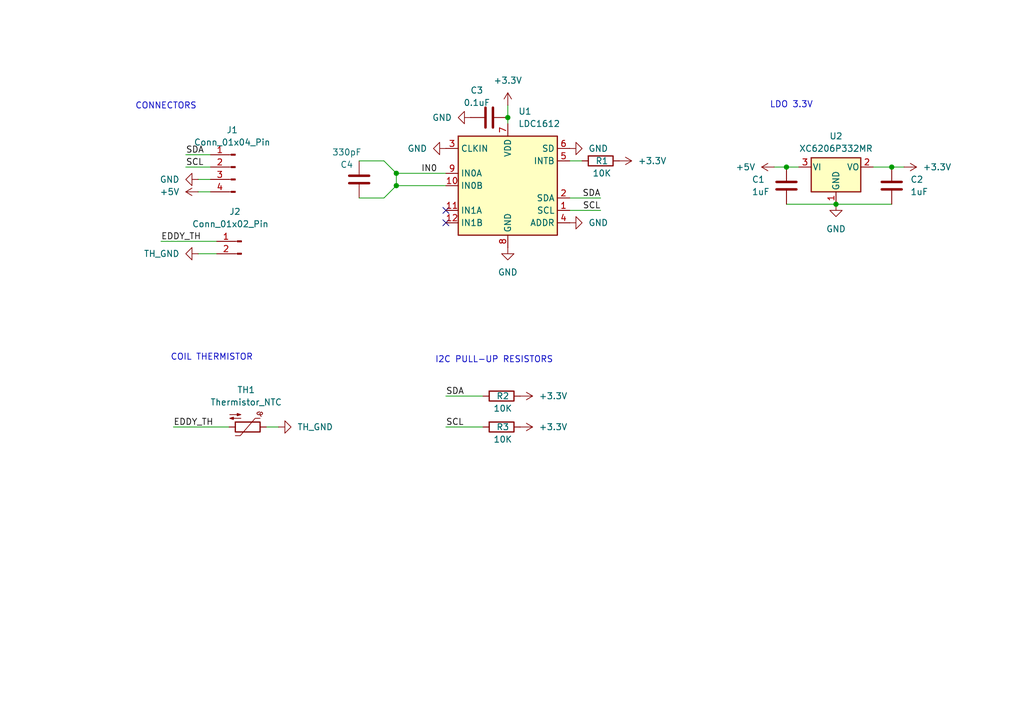
<source format=kicad_sch>
(kicad_sch (version 20250114) (generator "eeschema") (generator_version "9.0")
  (paper "A5")
  (lib_symbols
    (symbol "Connector:Conn_01x02_Pin" (pin_names (offset 1.016) (hide yes))
      (property "Reference" "J" (at 0 2.54 0))
      (property "Value" "Conn_01x02_Pin" (at 0 -5.08 0))
      (symbol "Conn_01x02_Pin_1_1"
        (rectangle (start 0.8636 0.127) (end 0 -0.127) (stroke (width 0.1524)) (fill (type outline)))
        (rectangle (start 0.8636 -2.413) (end 0 -2.667) (stroke (width 0.1524)) (fill (type outline)))
        (polyline (pts (xy 1.27 0) (xy 0.8636 0)) (stroke (width 0.1524)))
        (polyline (pts (xy 1.27 -2.54) (xy 0.8636 -2.54)) (stroke (width 0.1524)))
        (pin passive line (at 5.08 0 180) (length 3.81) (name "Pin_1") (number "1"))
        (pin passive line (at 5.08 -2.54 180) (length 3.81) (name "Pin_2") (number "2"))
      )
    )
    (symbol "Connector:Conn_01x04_Pin" (pin_names (offset 1.016) (hide yes))
      (property "Reference" "J" (at 0 5.08 0))
      (property "Value" "Conn_01x04_Pin" (at 0 -7.62 0))
      (symbol "Conn_01x04_Pin_1_1"
        (rectangle (start 0.8636 2.667) (end 0 2.413) (stroke (width 0.1524)) (fill (type outline)))
        (rectangle (start 0.8636 0.127) (end 0 -0.127) (stroke (width 0.1524)) (fill (type outline)))
        (rectangle (start 0.8636 -2.413) (end 0 -2.667) (stroke (width 0.1524)) (fill (type outline)))
        (rectangle (start 0.8636 -4.953) (end 0 -5.207) (stroke (width 0.1524)) (fill (type outline)))
        (polyline (pts (xy 1.27 2.54) (xy 0.8636 2.54)) (stroke (width 0.1524)))
        (polyline (pts (xy 1.27 0) (xy 0.8636 0)) (stroke (width 0.1524)))
        (polyline (pts (xy 1.27 -2.54) (xy 0.8636 -2.54)) (stroke (width 0.1524)))
        (polyline (pts (xy 1.27 -5.08) (xy 0.8636 -5.08)) (stroke (width 0.1524)))
        (pin passive line (at 5.08 2.54 180) (length 3.81) (name "Pin_1") (number "1"))
        (pin passive line (at 5.08 0 180) (length 3.81) (name "Pin_2") (number "2"))
        (pin passive line (at 5.08 -2.54 180) (length 3.81) (name "Pin_3") (number "3"))
        (pin passive line (at 5.08 -5.08 180) (length 3.81) (name "Pin_4") (number "4"))
      )
    )
    (symbol "Device:C" (pin_numbers (hide yes)) (pin_names (offset 0.254))
      (property "Reference" "C" (at 0.635 2.54 0))
      (property "Value" "C" (at 0.635 -2.54 0))
      (symbol "C_0_1"
        (polyline (pts (xy -2.032 0.762) (xy 2.032 0.762)) (stroke (width 0.508)))
        (polyline (pts (xy -2.032 -0.762) (xy 2.032 -0.762)) (stroke (width 0.508)))
      )
      (symbol "C_1_1"
        (pin passive line (at 0 3.81 270) (length 2.794) (name "~") (number "1"))
        (pin passive line (at 0 -3.81 90) (length 2.794) (name "~") (number "2"))
      )
    )
    (symbol "Device:R" (pin_numbers (hide yes)) (pin_names (offset 0))
      (property "Reference" "R" (at 2.032 0 90))
      (property "Value" "R" (at 0 0 90))
      (symbol "R_0_1"
        (rectangle (start -1.016 -2.54) (end 1.016 2.54) (stroke (width 0.254)))
      )
      (symbol "R_1_1"
        (pin passive line (at 0 3.81 270) (length 1.27) (name "~") (number "1"))
        (pin passive line (at 0 -3.81 90) (length 1.27) (name "~") (number "2"))
      )
    )
    (symbol "Device:Thermistor_NTC" (pin_numbers (hide yes)) (pin_names (offset 0))
      (property "Reference" "TH" (at -4.445 0 90))
      (property "Value" "Thermistor_NTC" (at 3.175 0 90))
      (symbol "Thermistor_NTC_0_1"
        (arc (start -3.175 2.413) (mid -3.0506 2.3165) (end -3.048 2.159))
        (arc (start -3.048 2.794) (mid -2.9736 2.9736) (end -2.794 3.048))
        (arc (start -2.794 3.048) (mid -2.6144 2.9736) (end -2.54 2.794))
        (arc (start -2.794 2.54) (mid -2.9736 2.6144) (end -3.048 2.794))
        (arc (start -2.794 1.905) (mid -2.9736 1.9794) (end -3.048 2.159))
        (arc (start -2.54 2.159) (mid -2.6144 1.9794) (end -2.794 1.905))
        (arc (start -2.159 2.794) (mid -2.434 2.5608) (end -2.794 2.54))
        (polyline (pts (xy -2.54 2.159) (xy -2.54 2.794)))
        (polyline (pts (xy -2.54 -3.683) (xy -2.54 -1.397) (xy -2.794 -2.159) (xy -2.286 -2.159) (xy -2.54 -1.397) (xy -2.54 -1.651)) (fill (type outline)))
        (polyline (pts (xy -1.778 2.54) (xy -1.778 1.524) (xy 1.778 -1.524) (xy 1.778 -2.54)))
        (polyline (pts (xy -1.778 -1.397) (xy -1.778 -3.683) (xy -2.032 -2.921) (xy -1.524 -2.921) (xy -1.778 -3.683) (xy -1.778 -3.429)) (fill (type outline)))
        (rectangle (start -1.016 2.54) (end 1.016 -2.54) (stroke (width 0.254)))
      )
      (symbol "Thermistor_NTC_1_1"
        (pin passive line (at 0 3.81 270) (length 1.27) (name "~") (number "1"))
        (pin passive line (at 0 -3.81 90) (length 1.27) (name "~") (number "2"))
      )
    )
    (symbol "Regulator_Linear:XC6206PxxxMR" (pin_names (offset 0.254))
      (property "Reference" "U" (at -3.81 3.175 0))
      (property "Value" "XC6206PxxxMR" (at 0 3.175 0))
      (symbol "XC6206PxxxMR_0_1"
        (rectangle (start -5.08 1.905) (end 5.08 -5.08) (stroke (width 0.254)) (fill (type background)))
      )
      (symbol "XC6206PxxxMR_1_1"
        (pin power_in line (at -7.62 0 0) (length 2.54) (name "VI") (number "3"))
        (pin power_in line (at 0 -7.62 90) (length 2.54) (name "GND") (number "1"))
        (pin power_out line (at 7.62 0 180) (length 2.54) (name "VO") (number "2"))
      )
    )
    (symbol "Sensor_Proximity:LDC1612"
      (property "Reference" "U" (at -8.89 11.43 0))
      (property "Value" "LDC1612" (at 6.35 11.43 0))
      (symbol "LDC1612_0_1"
        (rectangle (start -10.16 -10.16) (end 10.16 10.16) (stroke (width 0.254)) (fill (type background)))
      )
      (symbol "LDC1612_1_1"
        (pin input line (at -12.7 7.62 0) (length 2.54) (name "CLKIN") (number "3"))
        (pin input line (at -12.7 2.54 0) (length 2.54) (name "IN0A") (number "9"))
        (pin input line (at -12.7 0 0) (length 2.54) (name "IN0B") (number "10"))
        (pin input line (at -12.7 -5.08 0) (length 2.54) (name "IN1A") (number "11"))
        (pin input line (at -12.7 -7.62 0) (length 2.54) (name "IN1B") (number "12"))
        (pin power_in line (at 0 12.7 270) (length 2.54) (name "VDD") (number "7"))
        (pin passive line (at 0 -12.7 90) (length 2.54) (hide yes) (name "GND") (number "13"))
        (pin power_in line (at 0 -12.7 90) (length 2.54) (name "GND") (number "8"))
        (pin input line (at 12.7 7.62 180) (length 2.54) (name "SD") (number "6"))
        (pin open_collector line (at 12.7 5.08 180) (length 2.54) (name "INTB") (number "5"))
        (pin bidirectional line (at 12.7 -2.54 180) (length 2.54) (name "SDA") (number "2"))
        (pin input line (at 12.7 -5.08 180) (length 2.54) (name "SCL") (number "1"))
        (pin input line (at 12.7 -7.62 180) (length 2.54) (name "ADDR") (number "4"))
      )
    )
    (symbol "power:+3.3V" (power) (pin_numbers (hide yes)) (pin_names (offset 0) (hide yes))
      (property "Value" "+3.3V" (at 0 3.556 0))
      (symbol "+3.3V_0_1"
        (polyline (pts (xy -0.762 1.27) (xy 0 2.54)))
        (polyline (pts (xy 0 2.54) (xy 0.762 1.27)))
        (polyline (pts (xy 0 0) (xy 0 2.54)))
      )
      (symbol "+3.3V_1_1"
        (pin power_in line (at 0 0 90) (length 0) (name "~") (number "1"))
      )
    )
    (symbol "power:+5V" (power) (pin_numbers (hide yes)) (pin_names (offset 0) (hide yes))
      (property "Value" "+5V" (at 0 3.556 0))
      (symbol "+5V_0_1"
        (polyline (pts (xy -0.762 1.27) (xy 0 2.54)))
        (polyline (pts (xy 0 2.54) (xy 0.762 1.27)))
        (polyline (pts (xy 0 0) (xy 0 2.54)))
      )
      (symbol "+5V_1_1"
        (pin power_in line (at 0 0 90) (length 0) (name "~") (number "1"))
      )
    )
    (symbol "power:GND" (power) (pin_numbers (hide yes)) (pin_names (offset 0) (hide yes))
      (property "Value" "GND" (at 0 -3.81 0))
      (symbol "GND_0_1"
        (polyline (pts (xy 0 0) (xy 0 -1.27) (xy 1.27 -1.27) (xy 0 -2.54) (xy -1.27 -1.27) (xy 0 -1.27)))
      )
      (symbol "GND_1_1"
        (pin power_in line (at 0 0 270) (length 0) (name "~") (number "1"))
      )
    )
    (symbol "power:GND1" (power) (pin_numbers (hide yes)) (pin_names (offset 0) (hide yes))
      (property "Value" "GND1" (at 0 -3.81 0))
      (symbol "GND1_0_1"
        (polyline (pts (xy 0 0) (xy 0 -1.27) (xy 1.27 -1.27) (xy 0 -2.54) (xy -1.27 -1.27) (xy 0 -1.27)))
      )
      (symbol "GND1_1_1"
        (pin power_in line (at 0 0 270) (length 0) (name "~") (number "1"))
      )
    )
  )
  (text "LDO 3.3V" (at 162.306 21.59 0) (effects (font (size 1.27 1.27))))
  (text "CONNECTORS" (at 34.036 21.844 0) (effects (font (size 1.27 1.27))))
  (text "COIL THERMISTOR" (at 43.434 73.406 0) (effects (font (size 1.27 1.27))))
  (text "I2C PULL-UP RESISTORS" (at 101.346 73.914 0) (effects (font (size 1.27 1.27))))
  (junction (at 81.28 35.56))
  (junction (at 104.14 24.13))
  (junction (at 81.28 38.1))
  (junction (at 161.29 34.29))
  (junction (at 171.45 41.91))
  (junction (at 182.88 34.29))
  (no_connect (at 91.44 45.72))
  (no_connect (at 91.44 43.18))
  (wire (pts (xy 40.64 52.07) (xy 44.45 52.07)))
  (wire (pts (xy 116.84 43.18) (xy 123.19 43.18)))
  (wire (pts (xy 171.45 41.91) (xy 182.88 41.91)))
  (wire (pts (xy 104.14 24.13) (xy 104.14 25.4)))
  (wire (pts (xy 38.1 31.75) (xy 43.18 31.75)))
  (wire (pts (xy 81.28 38.1) (xy 91.44 38.1)))
  (wire (pts (xy 73.66 40.64) (xy 78.74 40.64)))
  (wire (pts (xy 78.74 33.02) (xy 81.28 35.56)))
  (wire (pts (xy 179.07 34.29) (xy 182.88 34.29)))
  (wire (pts (xy 185.42 34.29) (xy 182.88 34.29)))
  (wire (pts (xy 116.84 40.64) (xy 123.19 40.64)))
  (wire (pts (xy 81.28 35.56) (xy 91.44 35.56)))
  (wire (pts (xy 119.38 33.02) (xy 116.84 33.02)))
  (wire (pts (xy 73.66 33.02) (xy 78.74 33.02)))
  (wire (pts (xy 91.44 81.28) (xy 99.06 81.28)))
  (wire (pts (xy 33.02 49.53) (xy 44.45 49.53)))
  (wire (pts (xy 35.56 87.63) (xy 46.99 87.63)))
  (wire (pts (xy 57.15 87.63) (xy 54.61 87.63)))
  (wire (pts (xy 104.14 21.59) (xy 104.14 24.13)))
  (wire (pts (xy 161.29 34.29) (xy 163.83 34.29)))
  (wire (pts (xy 38.1 34.29) (xy 43.18 34.29)))
  (wire (pts (xy 81.28 35.56) (xy 81.28 38.1)))
  (wire (pts (xy 40.64 36.83) (xy 43.18 36.83)))
  (wire (pts (xy 158.75 34.29) (xy 161.29 34.29)))
  (wire (pts (xy 91.44 87.63) (xy 99.06 87.63)))
  (wire (pts (xy 40.64 39.37) (xy 43.18 39.37)))
  (wire (pts (xy 161.29 41.91) (xy 171.45 41.91)))
  (wire (pts (xy 78.74 40.64) (xy 81.28 38.1)))
  (label "EDDY_TH" (at 35.56 87.63 0))
  (label "SDA" (at 91.44 81.28 0))
  (label "SCL" (at 91.44 87.63 0))
  (label "SDA" (at 38.1 31.75 0))
  (label "SDA" (at 123.19 40.64 180))
  (label "SCL" (at 123.19 43.18 180))
  (label "SCL" (at 38.1 34.29 0))
  (label "EDDY_TH" (at 33.02 49.53 0))
  (label "IN0" (at 86.36 35.56 0))
  (symbol (lib_id "Connector:Conn_01x04_Pin") (at 48.26 34.29 0) (mirror y) (unit 1)
    (property "Reference" "J1" (at 47.625 26.67 0))
    (property "Value" "Conn_01x04_Pin" (at 47.625 29.21 0))
    (property "Footprint" "Connector_JST:JST_PH_B4B-PH-K_1x04_P2.00mm_Vertical" (effects (hide yes)))
    (property "Description" "Generic connector, single row, 01x04, script generated" (effects (hide yes)))
  )
  (symbol (lib_id "power:GND1") (at 40.64 52.07 270) (unit 1)
    (property "Reference" "#PWR013" (effects (hide yes)))
    (property "Value" "TH_GND" (at 36.83 52.0699 90) (effects (justify right)))
    (property "Description" "Power symbol creates a global label with name \"GND1\" , ground" (effects (hide yes)))
  )
  (symbol (lib_id "Device:C") (at 161.29 38.1 0) (unit 1)
    (property "Reference" "C1" (at 154.178 36.83 0) (effects (justify left)))
    (property "Value" "1uF" (at 154.178 39.37 0) (effects (justify left)))
    (property "Footprint" "Capacitor_SMD:C_0402_1005Metric_Pad0.74x0.62mm_HandSolder" (effects (hide yes)))
    (property "Description" "Unpolarized capacitor" (effects (hide yes)))
  )
  (symbol (lib_id "power:+3.3V") (at 106.68 81.28 270) (unit 1)
    (property "Reference" "#PWR015" (effects (hide yes)))
    (property "Value" "+3.3V" (at 110.49 81.2799 90) (effects (justify left)))
    (property "Description" "Power symbol creates a global label with name \"+3.3V\"" (effects (hide yes)))
  )
  (symbol (lib_id "Device:C") (at 100.33 24.13 90) (unit 1)
    (property "Reference" "C3" (at 97.79 18.542 90))
    (property "Value" "0.1uF" (at 97.79 21.082 90))
    (property "Footprint" "Capacitor_SMD:C_0402_1005Metric_Pad0.74x0.62mm_HandSolder" (effects (hide yes)))
    (property "Description" "Unpolarized capacitor" (effects (hide yes)))
  )
  (symbol (lib_id "power:+5V") (at 158.75 34.29 90) (mirror x) (unit 1)
    (property "Reference" "#PWR03" (effects (hide yes)))
    (property "Value" "+5V" (at 154.94 34.2899 90) (effects (justify left)))
    (property "Description" "Power symbol creates a global label with name \"+5V\"" (effects (hide yes)))
  )
  (symbol (lib_id "power:+3.3V") (at 104.14 21.59 0) (unit 1)
    (property "Reference" "#PWR06" (effects (hide yes)))
    (property "Value" "+3.3V" (at 104.14 16.51 0))
    (property "Description" "Power symbol creates a global label with name \"+3.3V\"" (effects (hide yes)))
  )
  (symbol (lib_id "power:GND") (at 104.14 50.8 0) (unit 1)
    (property "Reference" "#PWR011" (effects (hide yes)))
    (property "Value" "GND" (at 104.14 55.88 0))
    (property "Description" "Power symbol creates a global label with name \"GND\" , ground" (effects (hide yes)))
  )
  (symbol (lib_id "Device:Thermistor_NTC") (at 50.8 87.63 270) (unit 1)
    (property "Reference" "TH1" (at 50.4825 80.01 90))
    (property "Value" "Thermistor_NTC" (at 50.4825 82.55 90))
    (property "Footprint" "Resistor_SMD:R_0603_1608Metric_Pad0.98x0.95mm_HandSolder" (effects (hide yes)))
    (property "Description" "Temperature dependent resistor, negative temperature coefficient" (effects (hide yes)))
  )
  (symbol (lib_id "power:GND") (at 116.84 45.72 90) (unit 1)
    (property "Reference" "#PWR012" (effects (hide yes)))
    (property "Value" "GND" (at 120.65 45.7199 90) (effects (justify right)))
    (property "Description" "Power symbol creates a global label with name \"GND\" , ground" (effects (hide yes)))
  )
  (symbol (lib_id "power:GND") (at 116.84 30.48 90) (unit 1)
    (property "Reference" "#PWR08" (effects (hide yes)))
    (property "Value" "GND" (at 120.65 30.4799 90) (effects (justify right)))
    (property "Description" "Power symbol creates a global label with name \"GND\" , ground" (effects (hide yes)))
  )
  (symbol (lib_id "Device:R") (at 102.87 81.28 90) (unit 1)
    (property "Reference" "R2" (at 103.124 81.28 90))
    (property "Value" "10K" (at 103.124 83.82 90))
    (property "Footprint" "Resistor_SMD:R_0402_1005Metric_Pad0.72x0.64mm_HandSolder" (effects (hide yes)))
    (property "Description" "Resistor" (effects (hide yes)))
  )
  (symbol (lib_id "Sensor_Proximity:LDC1612") (at 104.14 38.1 0) (unit 1)
    (property "Reference" "U1" (at 106.2833 22.86 0) (effects (justify left)))
    (property "Value" "LDC1612" (at 106.2833 25.4 0) (effects (justify left)))
    (property "Footprint" "Package_SON:WSON-12-1EP_4x4mm_P0.5mm_EP2.6x3mm_ThermalVias" (effects (hide yes)))
    (property "Datasheet" "http://www.ti.com/lit/ds/symlink/ldc1612.pdf" (effects (hide yes)))
    (property "Description" "Inductance to digital converter, 2-channel 28-bit, WSON-12" (effects (hide yes)))
  )
  (symbol (lib_id "power:+3.3V") (at 185.42 34.29 270) (unit 1)
    (property "Reference" "#PWR05" (effects (hide yes)))
    (property "Value" "+3.3V" (at 189.23 34.2899 90) (effects (justify left)))
    (property "Description" "Power symbol creates a global label with name \"+3.3V\"" (effects (hide yes)))
  )
  (symbol (lib_id "power:GND") (at 91.44 30.48 270) (mirror x) (unit 1)
    (property "Reference" "#PWR010" (effects (hide yes)))
    (property "Value" "GND" (at 87.63 30.4799 90) (effects (justify right)))
    (property "Description" "Power symbol creates a global label with name \"GND\" , ground" (effects (hide yes)))
  )
  (symbol (lib_id "Device:R") (at 102.87 87.63 90) (unit 1)
    (property "Reference" "R3" (at 103.124 87.63 90))
    (property "Value" "10K" (at 103.124 90.17 90))
    (property "Footprint" "Resistor_SMD:R_0402_1005Metric_Pad0.72x0.64mm_HandSolder" (effects (hide yes)))
    (property "Description" "Resistor" (effects (hide yes)))
  )
  (symbol (lib_id "power:GND") (at 96.52 24.13 270) (unit 1)
    (property "Reference" "#PWR07" (effects (hide yes)))
    (property "Value" "GND" (at 92.71 24.1299 90) (effects (justify right)))
    (property "Description" "Power symbol creates a global label with name \"GND\" , ground" (effects (hide yes)))
  )
  (symbol (lib_id "Regulator_Linear:XC6206PxxxMR") (at 171.45 34.29 0) (unit 1)
    (property "Reference" "U2" (at 171.45 27.94 0))
    (property "Value" "XC6206P332MR" (at 171.45 30.48 0))
    (property "Footprint" "Package_TO_SOT_SMD:SOT-23-3" (effects (hide yes)))
    (property "Datasheet" "https://www.torexsemi.com/file/xc6206/XC6206.pdf" (effects (hide yes)))
    (property "Description" "Positive 60-250mA Low Dropout Regulator, Fixed Output, SOT-23" (effects (hide yes)))
  )
  (symbol (lib_id "power:GND1") (at 57.15 87.63 90) (unit 1)
    (property "Reference" "#PWR014" (effects (hide yes)))
    (property "Value" "TH_GND" (at 60.96 87.6299 90) (effects (justify right)))
    (property "Description" "Power symbol creates a global label with name \"GND1\" , ground" (effects (hide yes)))
  )
  (symbol (lib_id "power:GND") (at 40.64 36.83 270) (unit 1)
    (property "Reference" "#PWR02" (effects (hide yes)))
    (property "Value" "GND" (at 36.83 36.8299 90) (effects (justify right)))
    (property "Description" "Power symbol creates a global label with name \"GND\" , ground" (effects (hide yes)))
  )
  (symbol (lib_id "power:+3.3V") (at 106.68 87.63 270) (unit 1)
    (property "Reference" "#PWR016" (effects (hide yes)))
    (property "Value" "+3.3V" (at 110.49 87.6299 90) (effects (justify left)))
    (property "Description" "Power symbol creates a global label with name \"+3.3V\"" (effects (hide yes)))
  )
  (symbol (lib_id "Device:C") (at 73.66 36.83 180) (unit 1)
    (property "Reference" "C4" (at 71.12 33.782 0))
    (property "Value" "330pF" (at 71.12 31.242 0))
    (property "Footprint" "Capacitor_SMD:C_0402_1005Metric_Pad0.74x0.62mm_HandSolder" (effects (hide yes)))
    (property "Description" "Unpolarized capacitor" (effects (hide yes)))
  )
  (symbol (lib_id "power:GND") (at 171.45 41.91 0) (unit 1)
    (property "Reference" "#PWR04" (effects (hide yes)))
    (property "Value" "GND" (at 171.45 46.99 0))
    (property "Description" "Power symbol creates a global label with name \"GND\" , ground" (effects (hide yes)))
  )
  (symbol (lib_id "power:+3.3V") (at 127 33.02 270) (unit 1)
    (property "Reference" "#PWR09" (effects (hide yes)))
    (property "Value" "+3.3V" (at 130.81 33.0199 90) (effects (justify left)))
    (property "Description" "Power symbol creates a global label with name \"+3.3V\"" (effects (hide yes)))
  )
  (symbol (lib_id "Connector:Conn_01x02_Pin") (at 49.53 49.53 0) (mirror y) (unit 1)
    (property "Reference" "J2" (at 46.99 43.434 0) (effects (justify right)))
    (property "Value" "Conn_01x02_Pin" (at 39.37 45.974 0) (effects (justify right)))
    (property "Footprint" "Connector_JST:JST_PH_B2B-PH-K_1x02_P2.00mm_Vertical" (effects (hide yes)))
    (property "Description" "Generic connector, single row, 01x02, script generated" (effects (hide yes)))
  )
  (symbol (lib_id "power:+5V") (at 40.64 39.37 90) (mirror x) (unit 1)
    (property "Reference" "#PWR01" (effects (hide yes)))
    (property "Value" "+5V" (at 36.83 39.3699 90) (effects (justify left)))
    (property "Description" "Power symbol creates a global label with name \"+5V\"" (effects (hide yes)))
  )
  (symbol (lib_id "Device:C") (at 182.88 38.1 0) (unit 1)
    (property "Reference" "C2" (at 186.69 36.8299 0) (effects (justify left)))
    (property "Value" "1uF" (at 186.69 39.3699 0) (effects (justify left)))
    (property "Footprint" "Capacitor_SMD:C_0402_1005Metric_Pad0.74x0.62mm_HandSolder" (effects (hide yes)))
    (property "Description" "Unpolarized capacitor" (effects (hide yes)))
  )
  (symbol (lib_id "Device:R") (at 123.19 33.02 90) (unit 1)
    (property "Reference" "R1" (at 123.444 33.02 90))
    (property "Value" "10K" (at 123.444 35.56 90))
    (property "Footprint" "Resistor_SMD:R_0402_1005Metric_Pad0.72x0.64mm_HandSolder" (effects (hide yes)))
    (property "Description" "Resistor" (effects (hide yes)))
  )
)
</source>
